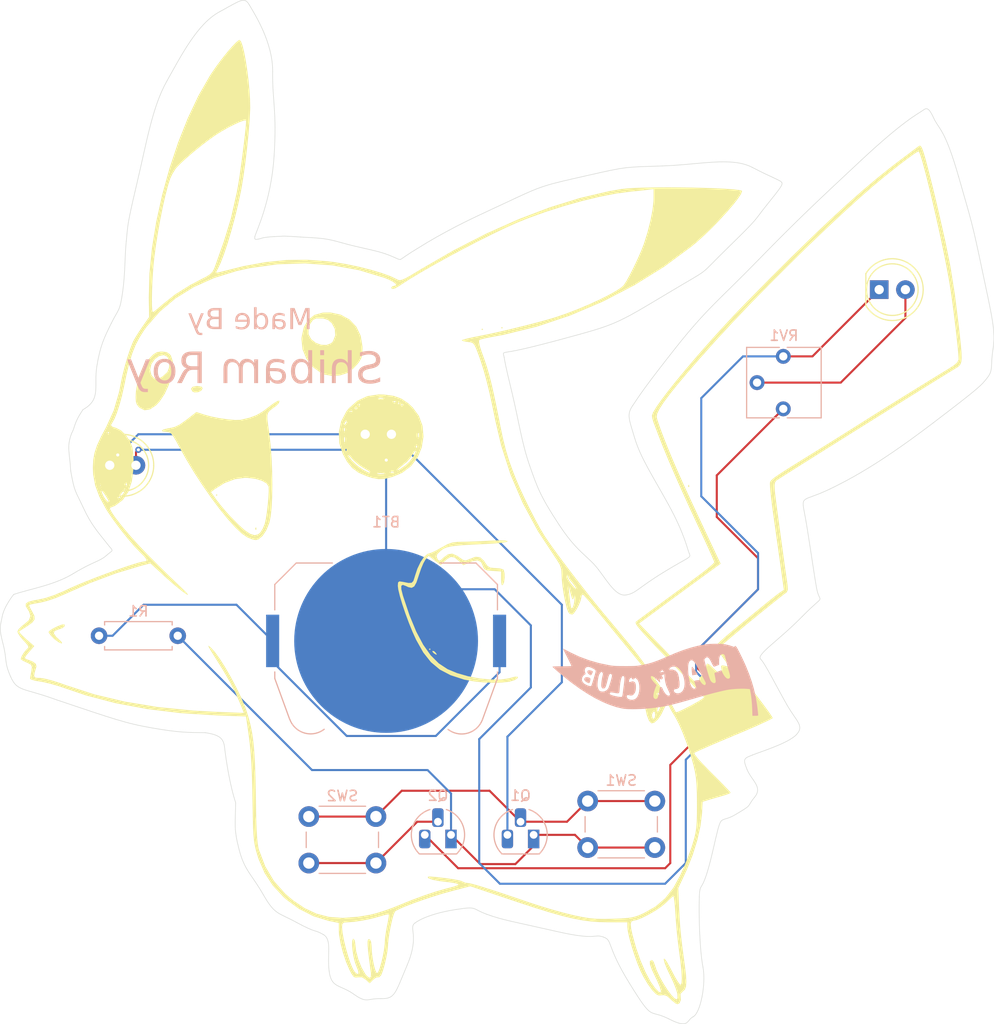
<source format=kicad_pcb>
(kicad_pcb (version 20241229) (generator "pcbnew") (generator_version "9.0")
  (layers (0 "F.Cu" signal) (2 "B.Cu" signal) (13 "F.Paste" user) (15 "B.Paste" user) (5 "F.SilkS" user "F.Silkscreen") (7 "B.SilkS" user "B.Silkscreen") (1 "F.Mask" user) (3 "B.Mask" user) (25 "Edge.Cuts" user))
  (net 0 "")
  (net 1 "Net-(BT1--)")
  (net 2 "Net-(BT1-+)")
  (net 3 "Net-(D1-A)")
  (net 4 "Net-(D3-A)")
  (net 5 "Net-(Q1-B)")
  (net 6 "Net-(Q1-C)")
  (net 7 "Net-(Q2-B)")
  (net 8 "Net-(Q2-E)")
  (footprint "LED_THT:LED_D5.0mm" (layer "F.Cu") (at 75.96 66.5)
    (property "Reference" "D1" (hide yes))
    (property "Value" "LED" (hide yes))
    (pad "1" thru_hole rect (at 0 0) (size 1.8 1.8) (drill 0.9) (layers "*.Cu" "*.Mask") (net 1 "Net-(BT1--)"))
    (pad "2" thru_hole circle (at 2.54 0) (size 1.8 1.8) (drill 0.9) (layers "*.Cu" "*.Mask") (net 3 "Net-(D1-A)"))
  )
  (footprint "LED_THT:LED_D5.0mm" (layer "F.Cu") (at 125.725 52.5)
    (property "Reference" "D3" (hide yes))
    (property "Value" "LED")
    (pad "1" thru_hole rect (at 0 0) (size 1.8 1.8) (drill 0.9) (layers "*.Cu" "*.Mask") (net 1 "Net-(BT1--)"))
    (pad "2" thru_hole circle (at 2.54 0) (size 1.8 1.8) (drill 0.9) (layers "*.Cu" "*.Mask") (net 4 "Net-(D3-A)"))
  )
  (footprint "LOGO" (layer "F.Cu") (at 88.642848 75.47625)
    (property "Reference" "G***" (hide yes))
    (property "Value" "LOGO" (hide yes))
  )
  (footprint "LED_THT:LED_D5.0mm" (layer "F.Cu") (at 51.225 69.5)
    (property "Reference" "D2" (hide yes))
    (property "Value" "LED" (hide yes))
    (pad "1" thru_hole rect (at 0 0) (size 1.8 1.8) (drill 0.9) (layers "*.Cu" "*.Mask") (net 1 "Net-(BT1--)"))
    (pad "2" thru_hole circle (at 2.54 0) (size 1.8 1.8) (drill 0.9) (layers "*.Cu" "*.Mask") (net 3 "Net-(D1-A)"))
  )
  (footprint "Battery:BatteryHolder_Keystone_3034_1x20mm" (layer "B.Cu") (at 77.985 86.5 180)
    (property "Reference" "BT1" (at 0 11.5 0) (layer "B.SilkS") (effects (justify mirror)))
    (property "Value" "Battery_Cell")
    (pad "1" smd rect (at -10.985 0 180) (size 1.27 5.08) (layers "B.Cu" "B.Mask" "B.Paste") (net 2 "Net-(BT1-+)"))
    (pad "1" smd rect (at 10.985 0 180) (size 1.27 5.08) (layers "B.Cu" "B.Mask" "B.Paste") (net 2 "Net-(BT1-+)"))
    (pad "2" smd circle (at 0 0 180) (size 17.8 17.8) (layers "B.Cu" "B.Mask") (net 1 "Net-(BT1--)"))
  )
  (footprint "LOGO" (layer "B.Cu") (at 104.010588 90.248872 180)
    (property "Reference" "G***" (at 0 0 0) (layer "B.SilkS") (effects (font (size 1.5 1.5) (thickness 0.3)) (justify mirror)))
    (property "Value" "LOGO" (hide yes))
  )
  (footprint "Package_TO_SOT_THT:TO-92L_HandSolder" (layer "B.Cu") (at 84.27 105.27 180)
    (property "Reference" "Q2" (at 1.27 3.8 0) (layer "B.SilkS") (effects (justify mirror)))
    (property "Value" "NPN")
    (pad "1" thru_hole rect (at 0 0 180) (size 1.1 1.8) (drill 0.75 (offset 0 -0.4)) (layers "*.Cu" "*.Mask") (net 6 "Net-(Q1-C)"))
    (pad "2" thru_hole roundrect (at 1.27 1.27 180) (size 1.1 1.8) (drill 0.75 (offset 0 0.4)) (layers "*.Cu" "*.Mask") (net 7 "Net-(Q2-B)"))
    (pad "3" thru_hole roundrect (at 2.54 0 180) (size 1.1 1.8) (drill 0.75 (offset 0 -0.4)) (layers "*.Cu" "*.Mask") (net 8 "Net-(Q2-E)"))
  )
  (footprint "Package_TO_SOT_THT:TO-92L_HandSolder" (layer "B.Cu") (at 92.27 105.27 180)
    (property "Reference" "Q1" (at 1.27 3.8 0) (layer "B.SilkS") (effects (justify mirror)))
    (property "Value" "NPN")
    (pad "1" thru_hole rect (at 0 0 180) (size 1.1 1.8) (drill 0.75 (offset 0 -0.4)) (layers "*.Cu" "*.Mask") (net 6 "Net-(Q1-C)"))
    (pad "2" thru_hole roundrect (at 1.27 1.27 180) (size 1.1 1.8) (drill 0.75 (offset 0 0.4)) (layers "*.Cu" "*.Mask") (net 5 "Net-(Q1-B)"))
    (pad "3" thru_hole roundrect (at 2.54 0 180) (size 1.1 1.8) (drill 0.75 (offset 0 -0.4)) (layers "*.Cu" "*.Mask") (net 3 "Net-(D1-A)"))
  )
  (footprint "Button_Switch_THT:SW_PUSH_6mm" (layer "B.Cu") (at 104 102 180)
    (property "Reference" "SW1" (at 3.25 2 0) (layer "B.SilkS") (effects (justify mirror)))
    (property "Value" "SW_Push")
    (pad "1" thru_hole circle (at 0 0 90) (size 2 2) (drill 1.1) (layers "*.Cu" "*.Mask") (net 5 "Net-(Q1-B)"))
    (pad "1" thru_hole circle (at 6.5 0 90) (size 2 2) (drill 1.1) (layers "*.Cu" "*.Mask") (net 5 "Net-(Q1-B)"))
    (pad "2" thru_hole circle (at 0 -4.5 90) (size 2 2) (drill 1.1) (layers "*.Cu" "*.Mask") (net 6 "Net-(Q1-C)"))
    (pad "2" thru_hole circle (at 6.5 -4.5 90) (size 2 2) (drill 1.1) (layers "*.Cu" "*.Mask") (net 6 "Net-(Q1-C)"))
  )
  (footprint "Resistor_THT:R_Axial_DIN0207_L6.3mm_D2.5mm_P7.62mm_Horizontal" (layer "B.Cu") (at 57.81 86 180)
    (property "Reference" "R1" (at 3.81 2.37 0) (layer "B.SilkS") (effects (justify mirror)))
    (property "Value" "R")
    (pad "1" thru_hole circle (at 0 0 180) (size 1.6 1.6) (drill 0.8) (layers "*.Cu" "*.Mask") (net 6 "Net-(Q1-C)"))
    (pad "2" thru_hole circle (at 7.62 0 180) (size 1.6 1.6) (drill 0.8) (layers "*.Cu" "*.Mask") (net 2 "Net-(BT1-+)"))
  )
  (footprint "Button_Switch_THT:SW_PUSH_6mm" (layer "B.Cu") (at 77 103.5 180)
    (property "Reference" "SW2" (at 3.25 2 0) (layer "B.SilkS") (effects (justify mirror)))
    (property "Value" "SW_Push")
    (pad "1" thru_hole circle (at 0 0 90) (size 2 2) (drill 1.1) (layers "*.Cu" "*.Mask") (net 5 "Net-(Q1-B)"))
    (pad "1" thru_hole circle (at 6.5 0 90) (size 2 2) (drill 1.1) (layers "*.Cu" "*.Mask") (net 5 "Net-(Q1-B)"))
    (pad "2" thru_hole circle (at 0 -4.5 90) (size 2 2) (drill 1.1) (layers "*.Cu" "*.Mask") (net 7 "Net-(Q2-B)"))
    (pad "2" thru_hole circle (at 6.5 -4.5 90) (size 2 2) (drill 1.1) (layers "*.Cu" "*.Mask") (net 7 "Net-(Q2-B)"))
  )
  (footprint "Potentiometer_THT:Potentiometer_Vishay_T73YP_Vertical" (layer "B.Cu") (at 116.44 64.04 180)
    (property "Reference" "RV1" (at -0.06 7.09 0) (layer "B.SilkS") (effects (justify mirror)))
    (property "Value" "R_Potentiometer")
    (pad "1" thru_hole circle (at 0 0 180) (size 1.44 1.44) (drill 0.8) (layers "*.Cu" "*.Mask") (net 8 "Net-(Q2-E)"))
    (pad "2" thru_hole circle (at 2.54 2.54 180) (size 1.44 1.44) (drill 0.8) (layers "*.Cu" "*.Mask") (net 4 "Net-(D3-A)"))
    (pad "3" thru_hole circle (at 0 5.08 180) (size 1.44 1.44) (drill 0.8) (layers "*.Cu" "*.Mask") (net 1 "Net-(BT1--)"))
  )
  (gr_curve (pts (xy 74.84 120.68) (xy 73.52 119.74) (xy 72.68 120.13) (xy 72.47 118.46)) (stroke (width 0.05)) (layer "Edge.Cuts"))
  (gr_curve (pts (xy 119.66 81.37) (xy 119.97 83.12) (xy 120.66 81.71) (xy 118.29 84.12)) (stroke (width 0.05)) (layer "Edge.Cuts"))
  (gr_curve (pts (xy 41.93 82) (xy 43.72 81.41) (xy 45.86 81.1) (xy 47.72 79.97)) (stroke (width 0.05)) (layer "Edge.Cuts"))
  (gr_curve (pts (xy 105.35 123.08) (xy 103.33 122.06) (xy 103.92 123.47) (xy 101.58 119.69)) (stroke (width 0.05)) (layer "Edge.Cuts"))
  (gr_curve (pts (xy 123.97 39.99) (xy 128.04 36.19) (xy 129.48 35.48) (xy 129.87 35.21)) (stroke (width 0.05)) (layer "Edge.Cuts"))
  (gr_curve (pts (xy 87.74 112.96) (xy 86.22 112.4) (xy 86.85 112.17) (xy 84.78 112.49)) (stroke (width 0.05)) (layer "Edge.Cuts"))
  (gr_curve (pts (xy 90.14 58.47) (xy 89.14 58.64) (xy 89.32 58.54) (xy 89.42 59.08)) (stroke (width 0.05)) (layer "Edge.Cuts"))
  (gr_curve (pts (xy 114.05 49.6) (xy 117.8 45.75) (xy 119.9 43.79) (xy 123.97 39.99)) (stroke (width 0.05)) (layer "Edge.Cuts"))
  (gr_curve (pts (xy 84.78 112.49) (xy 82.71 112.81) (xy 81.43 113.33) (xy 80.78 113.8)) (stroke (width 0.05)) (layer "Edge.Cuts"))
  (gr_curve (pts (xy 107.72 122.87) (xy 107.02 123.23) (xy 107.37 124.1) (xy 105.35 123.08)) (stroke (width 0.05)) (layer "Edge.Cuts"))
  (gr_curve (pts (xy 69.36 113.77) (xy 67.49 112.75) (xy 67.23 113.04) (xy 66.09 111.05)) (stroke (width 0.05)) (layer "Edge.Cuts"))
  (gr_curve (pts (xy 46.1 92.21) (xy 51.73 94.1) (xy 52.79 94.48) (xy 55.37 94.93)) (stroke (width 0.05)) (layer "Edge.Cuts"))
  (gr_curve (pts (xy 52.47 52.77) (xy 52.74 50.87) (xy 52.67 49.28) (xy 52.83 47.79)) (stroke (width 0.05)) (layer "Edge.Cuts"))
  (gr_curve (pts (xy 52.83 47.79) (xy 52.99 46.3) (xy 52.84 46.52) (xy 53.83 42.34)) (stroke (width 0.05)) (layer "Edge.Cuts"))
  (gr_curve (pts (xy 64.75 24.96) (xy 65.24 25.8) (xy 67.04 28.58) (xy 67 31.42)) (stroke (width 0.05)) (layer "Edge.Cuts"))
  (gr_curve (pts (xy 94.5 114.62) (xy 90.55 113.72) (xy 89.26 113.52) (xy 87.74 112.96)) (stroke (width 0.05)) (layer "Edge.Cuts"))
  (gr_curve (pts (xy 111.1 48.42) (xy 107.95 51.49) (xy 109.74 50.16) (xy 105.27 52.84)) (stroke (width 0.05)) (layer "Edge.Cuts"))
  (gr_curve (pts (xy 97.44 41.46) (xy 101.31 40.58) (xy 101.1 40.65) (xy 104.73 40.53)) (stroke (width 0.05)) (layer "Edge.Cuts"))
  (gr_curve (pts (xy 105.32 73.3) (xy 103.76 70.47) (xy 102.63 68.79) (xy 102.05 66.86)) (stroke (width 0.05)) (layer "Edge.Cuts"))
  (gr_curve (pts (xy 55.37 94.93) (xy 57.95 95.38) (xy 58.78 95.36) (xy 60.47 95.38)) (stroke (width 0.05)) (layer "Edge.Cuts"))
  (gr_curve (pts (xy 80.98 48.54) (xy 81.69 48.12) (xy 82.05 47.84) (xy 84.06 46.76)) (stroke (width 0.05)) (layer "Edge.Cuts"))
  (gr_curve (pts (xy 49.98 59.91) (xy 50.3 57.96) (xy 50.66 57.21) (xy 51.37 55.77)) (stroke (width 0.05)) (layer "Edge.Cuts"))
  (gr_curve (pts (xy 47.72 79.97) (xy 49.58 78.84) (xy 50.25 78.81) (xy 50.88 78.25)) (stroke (width 0.05)) (layer "Edge.Cuts"))
  (gr_curve (pts (xy 79.39 49.58) (xy 79.39 49.58) (xy 80.27 48.96) (xy 80.98 48.54)) (stroke (width 0.05)) (layer "Edge.Cuts"))
  (gr_curve (pts (xy 84.06 46.76) (xy 86.07 45.68) (xy 87.85 44.9) (xy 90.51 43.65)) (stroke (width 0.05)) (layer "Edge.Cuts"))
  (gr_curve (pts (xy 96.77 56.81) (xy 93.24 57.79) (xy 91.14 58.3) (xy 90.14 58.47)) (stroke (width 0.05)) (layer "Edge.Cuts"))
  (gr_curve (pts (xy 101.58 119.69) (xy 99.24 115.91) (xy 99.96 115.47) (xy 99 115.15)) (stroke (width 0.05)) (layer "Edge.Cuts"))
  (gr_curve (pts (xy 113.44 40.67) (xy 115.45 41.72) (xy 116.2 41.92) (xy 116.3 42.14)) (stroke (width 0.05)) (layer "Edge.Cuts"))
  (gr_curve (pts (xy 116.79 92.68) (xy 117.73 94.32) (xy 118.49 94.71) (xy 117.73 95.55)) (stroke (width 0.05)) (layer "Edge.Cuts"))
  (gr_curve (pts (xy 116.3 42.14) (xy 116.4 42.36) (xy 116.16 42.67) (xy 114.84 44.31)) (stroke (width 0.05)) (layer "Edge.Cuts"))
  (gr_curve (pts (xy 65.28 47.36) (xy 65.21 47.74) (xy 65.39 47.64) (xy 65.66 47.6)) (stroke (width 0.05)) (layer "Edge.Cuts"))
  (gr_curve (pts (xy 41.93 82) (xy 41.93 82) (xy 41.93 82) (xy 41.93 82)) (stroke (width 0.05)) (layer "Edge.Cuts"))
  (gr_curve (pts (xy 46.1 92.21) (xy 42.83 91.01) (xy 42.28 91.43) (xy 41.63 89.96)) (stroke (width 0.05)) (layer "Edge.Cuts"))
  (gr_curve (pts (xy 98.54 79.59) (xy 99.54 80.91) (xy 100.27 82.2) (xy 101.22 82.05)) (stroke (width 0.05)) (layer "Edge.Cuts"))
  (gr_curve (pts (xy 107.34 78.05) (xy 107.15 77.61) (xy 106.88 76.13) (xy 105.32 73.3)) (stroke (width 0.05)) (layer "Edge.Cuts"))
  (gr_curve (pts (xy 136.21 61.01) (xy 135.63 61.76) (xy 135.47 61.96) (xy 130.95 65.4)) (stroke (width 0.05)) (layer "Edge.Cuts"))
  (gr_curve (pts (xy 77.47 121.12) (xy 76.09 121.09) (xy 76.16 121.62) (xy 74.84 120.68)) (stroke (width 0.05)) (layer "Edge.Cuts"))
  (gr_curve (pts (xy 120.97 71.79) (xy 118.36 73.05) (xy 118.15 72.37) (xy 118.49 74.1)) (stroke (width 0.05)) (layer "Edge.Cuts"))
  (gr_curve (pts (xy 80.04 117.84) (xy 78.84 120.68) (xy 78.85 121.15) (xy 77.47 121.12)) (stroke (width 0.05)) (layer "Edge.Cuts"))
  (gr_curve (pts (xy 101.88 63.69) (xy 102.49 62.79) (xy 102.95 62.02) (xy 106 58.16)) (stroke (width 0.05)) (layer "Edge.Cuts"))
  (gr_curve (pts (xy 90.51 43.65) (xy 93.17 42.4) (xy 93.57 42.34) (xy 97.44 41.46)) (stroke (width 0.05)) (layer "Edge.Cuts"))
  (gr_curve (pts (xy 99 115.15) (xy 98.04 114.83) (xy 98.45 115.52) (xy 94.5 114.62)) (stroke (width 0.05)) (layer "Edge.Cuts"))
  (gr_curve (pts (xy 118.29 84.12) (xy 115.92 86.53) (xy 113.81 87.82) (xy 114.25 88.26)) (stroke (width 0.05)) (layer "Edge.Cuts"))
  (gr_curve (pts (xy 73.71 47.97) (xy 75.36 48.44) (xy 76.87 48.67) (xy 77.9 49.03)) (stroke (width 0.05)) (layer "Edge.Cuts"))
  (gr_curve (pts (xy 41.63 89.96) (xy 40.98 88.49) (xy 41.31 88.38) (xy 40.9 86.8)) (stroke (width 0.05)) (layer "Edge.Cuts"))
  (gr_curve (pts (xy 63.75 106.69) (xy 63.22 104.65) (xy 63.39 104.21) (xy 63.42 102.16)) (stroke (width 0.05)) (layer "Edge.Cuts"))
  (gr_curve (pts (xy 47.45 70.06) (xy 47.35 68.24) (xy 47.03 67.73) (xy 47.54 66.4)) (stroke (width 0.05)) (layer "Edge.Cuts"))
  (gr_curve (pts (xy 72.47 118.46) (xy 72.26 116.79) (xy 72.76 115.42) (xy 71.91 114.92)) (stroke (width 0.05)) (layer "Edge.Cuts"))
  (gr_curve (pts (xy 112.93 98.94) (xy 113.37 100.02) (xy 114.48 100.63) (xy 113.66 101.63)) (stroke (width 0.05)) (layer "Edge.Cuts"))
  (gr_curve (pts (xy 66.09 111.05) (xy 64.95 109.06) (xy 64.28 108.73) (xy 63.75 106.69)) (stroke (width 0.05)) (layer "Edge.Cuts"))
  (gr_curve (pts (xy 105.27 52.84) (xy 100.8 55.52) (xy 100.3 55.83) (xy 96.77 56.81)) (stroke (width 0.05)) (layer "Edge.Cuts"))
  (gr_curve (pts (xy 90.15 62.37) (xy 90.84 65.23) (xy 91.1 67.28) (xy 91.88 69.52)) (stroke (width 0.05)) (layer "Edge.Cuts"))
  (gr_curve (pts (xy 117.73 95.55) (xy 116.97 96.39) (xy 114.25 97.22) (xy 113.46 97.54)) (stroke (width 0.05)) (layer "Edge.Cuts"))
  (gr_curve (pts (xy 53.83 42.34) (xy 54.82 38.16) (xy 55.35 34.82) (xy 56.75 32.33)) (stroke (width 0.05)) (layer "Edge.Cuts"))
  (gr_curve (pts (xy 61.84 25.62) (xy 63.98 24.46) (xy 64.26 24.12) (xy 64.75 24.96)) (stroke (width 0.05)) (layer "Edge.Cuts"))
  (gr_curve (pts (xy 114.84 44.31) (xy 113.52 45.95) (xy 114.25 45.35) (xy 111.1 48.42)) (stroke (width 0.05)) (layer "Edge.Cuts"))
  (gr_curve (pts (xy 91.88 69.52) (xy 92.66 71.76) (xy 92.96 72.56) (xy 94.74 75.27)) (stroke (width 0.05)) (layer "Edge.Cuts"))
  (gr_curve (pts (xy 51.2 77.37) (xy 49.98 75.83) (xy 49.44 75.27) (xy 48.66 73.59)) (stroke (width 0.05)) (layer "Edge.Cuts"))
  (gr_curve (pts (xy 69.72 47.41) (xy 71.7 47.53) (xy 72.06 47.5) (xy 73.71 47.97)) (stroke (width 0.05)) (layer "Edge.Cuts"))
  (gr_curve (pts (xy 63.42 102.16) (xy 63.42 102.16) (xy 63.42 102.16) (xy 63.42 102.16)) (stroke (width 0.05)) (layer "Edge.Cuts"))
  (gr_curve (pts (xy 113.66 101.63) (xy 112.84 102.63) (xy 113.55 102.28) (xy 111.82 103.3)) (stroke (width 0.05)) (layer "Edge.Cuts"))
  (gr_curve (pts (xy 136.75 58.23) (xy 136.48 59.91) (xy 136.79 60.26) (xy 136.21 61.01)) (stroke (width 0.05)) (layer "Edge.Cuts"))
  (gr_curve (pts (xy 135.7 50.62) (xy 136.65 55.13) (xy 137.02 56.55) (xy 136.75 58.23)) (stroke (width 0.05)) (layer "Edge.Cuts"))
  (gr_curve (pts (xy 48.66 73.59) (xy 47.88 71.91) (xy 47.82 72.14) (xy 47.45 70.06)) (stroke (width 0.05)) (layer "Edge.Cuts"))
  (gr_curve (pts (xy 104.73 40.53) (xy 108.36 40.41) (xy 111.43 39.62) (xy 113.44 40.67)) (stroke (width 0.05)) (layer "Edge.Cuts"))
  (gr_curve (pts (xy 80.78 113.8) (xy 80.13 114.27) (xy 81.24 115) (xy 80.04 117.84)) (stroke (width 0.05)) (layer "Edge.Cuts"))
  (gr_curve (pts (xy 109.57 107.02) (xy 108.57 111.29) (xy 108.37 109.6) (xy 108.31 111.29)) (stroke (width 0.05)) (layer "Edge.Cuts"))
  (gr_curve (pts (xy 47.54 66.4) (xy 47.9 65.75) (xy 47.72 65.46) (xy 48.64 64.11)) (stroke (width 0.05)) (layer "Edge.Cuts"))
  (gr_curve (pts (xy 60.47 95.38) (xy 62.11 95.62) (xy 62.29 96.07) (xy 62.38 97.1)) (stroke (width 0.05)) (layer "Edge.Cuts"))
  (gr_curve (pts (xy 40.81 84.16) (xy 41.01 83.11) (xy 41.93 82) (xy 41.93 82)) (stroke (width 0.05)) (layer "Edge.Cuts"))
  (gr_curve (pts (xy 71.91 114.92) (xy 71.06 114.42) (xy 71.23 114.79) (xy 69.36 113.77)) (stroke (width 0.05)) (layer "Edge.Cuts"))
  (gr_curve (pts (xy 101.22 82.05) (xy 102.17 81.9) (xy 102.28 81.44) (xy 104.81 79.88)) (stroke (width 0.05)) (layer "Edge.Cuts"))
  (gr_curve (pts (xy 67.14 39.56) (xy 66.86 43.99) (xy 65.35 46.98) (xy 65.28 47.36)) (stroke (width 0.05)) (layer "Edge.Cuts"))
  (gr_curve (pts (xy 106 58.16) (xy 109.05 54.3) (xy 110.3 53.45) (xy 114.05 49.6)) (stroke (width 0.05)) (layer "Edge.Cuts"))
  (gr_curve (pts (xy 130.95 65.4) (xy 126.43 68.84) (xy 123.58 70.53) (xy 120.97 71.79)) (stroke (width 0.05)) (layer "Edge.Cuts"))
  (gr_curve (pts (xy 113.46 97.54) (xy 112.67 97.86) (xy 112.49 97.86) (xy 112.93 98.94)) (stroke (width 0.05)) (layer "Edge.Cuts"))
  (gr_curve (pts (xy 102.05 66.86) (xy 101.47 64.93) (xy 101.27 64.59) (xy 101.88 63.69)) (stroke (width 0.05)) (layer "Edge.Cuts"))
  (gr_curve (pts (xy 65.66 47.6) (xy 65.93 47.56) (xy 65.92 47.43) (xy 67.16 47.37)) (stroke (width 0.05)) (layer "Edge.Cuts"))
  (gr_curve (pts (xy 118.49 74.1) (xy 118.83 75.83) (xy 119.35 79.62) (xy 119.66 81.37)) (stroke (width 0.05)) (layer "Edge.Cuts"))
  (gr_curve (pts (xy 108.31 111.29) (xy 108.25 112.98) (xy 108.34 116.41) (xy 108.66 118.05)) (stroke (width 0.05)) (layer "Edge.Cuts"))
  (gr_curve (pts (xy 133.41 41.55) (xy 134.75 46.21) (xy 134.75 46.11) (xy 135.7 50.62)) (stroke (width 0.05)) (layer "Edge.Cuts"))
  (gr_curve (pts (xy 94.74 75.27) (xy 96.52 77.98) (xy 97.54 78.27) (xy 98.54 79.59)) (stroke (width 0.05)) (layer "Edge.Cuts"))
  (gr_curve (pts (xy 67 31.42) (xy 66.96 34.26) (xy 67.42 35.13) (xy 67.14 39.56)) (stroke (width 0.05)) (layer "Edge.Cuts"))
  (gr_curve (pts (xy 129.87 35.21) (xy 130.26 34.94) (xy 130.45 34.7) (xy 130.99 35.87)) (stroke (width 0.05)) (layer "Edge.Cuts"))
  (gr_curve (pts (xy 130.99 35.87) (xy 131.53 37.04) (xy 132.07 36.89) (xy 133.41 41.55)) (stroke (width 0.05)) (layer "Edge.Cuts"))
  (gr_curve (pts (xy 77.9 49.03) (xy 78.93 49.39) (xy 79.16 49.62) (xy 79.39 49.58)) (stroke (width 0.05)) (layer "Edge.Cuts"))
  (gr_curve (pts (xy 108.66 118.05) (xy 108.98 119.69) (xy 108.42 122.51) (xy 107.72 122.87)) (stroke (width 0.05)) (layer "Edge.Cuts"))
  (gr_curve (pts (xy 62.38 97.1) (xy 62.81 100.47) (xy 63.42 102.16) (xy 63.42 102.16)) (stroke (width 0.05)) (layer "Edge.Cuts"))
  (gr_curve (pts (xy 56.75 32.33) (xy 58.15 29.84) (xy 59.7 26.78) (xy 61.84 25.62)) (stroke (width 0.05)) (layer "Edge.Cuts"))
  (gr_curve (pts (xy 48.64 64.11) (xy 50.43 63.12) (xy 49.66 61.86) (xy 49.98 59.91)) (stroke (width 0.05)) (layer "Edge.Cuts"))
  (gr_curve (pts (xy 67.16 47.37) (xy 68.4 47.31) (xy 67.74 47.29) (xy 69.72 47.41)) (stroke (width 0.05)) (layer "Edge.Cuts"))
  (gr_curve (pts (xy 50.88 78.25) (xy 51.51 77.69) (xy 51.62 77.86) (xy 51.2 77.37)) (stroke (width 0.05)) (layer "Edge.Cuts"))
  (gr_curve (pts (xy 89.42 59.08) (xy 89.52 59.62) (xy 89.46 59.51) (xy 90.15 62.37)) (stroke (width 0.05)) (layer "Edge.Cuts"))
  (gr_curve (pts (xy 111.82 103.3) (xy 110.09 104.32) (xy 110.57 102.75) (xy 109.57 107.02)) (stroke (width 0.05)) (layer "Edge.Cuts"))
  (gr_curve (pts (xy 114.25 88.26) (xy 114.69 88.7) (xy 115.85 91.04) (xy 116.79 92.68)) (stroke (width 0.05)) (layer "Edge.Cuts"))
  (gr_curve (pts (xy 40.9 86.8) (xy 40.49 85.22) (xy 40.61 85.21) (xy 40.81 84.16)) (stroke (width 0.05)) (layer "Edge.Cuts"))
  (gr_curve (pts (xy 104.81 79.88) (xy 107.34 78.32) (xy 107.53 78.49) (xy 107.34 78.05)) (stroke (width 0.05)) (layer "Edge.Cuts"))
  (gr_curve (pts (xy 51.37 55.77) (xy 52.08 54.33) (xy 52.2 54.67) (xy 52.47 52.77)) (stroke (width 0.05)) (layer "Edge.Cuts"))
  (gr_text "Shibam Roy\n" (at 77.7 62.06 0) (layer "B.SilkS") (effects (font (size 3 3)) (justify left bottom mirror)))
  (gr_text "Made By" (at 70.85 56.66 0) (layer "B.SilkS") (effects (font (size 2 2)) (justify left bottom mirror)))
  (segment (start 78 69) (end 75.96 66.96) (width 0.2) (layer "F.Cu") (net 1))
  (segment (start 116.44 58.96) (end 119.265 58.96) (width 0.2) (layer "F.Cu") (net 1))
  (segment (start 51.225 69.275) (end 52 68.5) (width 0.2) (layer "F.Cu") (net 1))
  (segment (start 119.265 58.96) (end 125.725 52.5) (width 0.2) (layer "F.Cu") (net 1))
  (segment (start 75.96 66.96) (end 75.96 66.5) (width 0.2) (layer "F.Cu") (net 1))
  (segment (start 51.225 69.5) (end 51.225 69.275) (width 0.2) (layer "F.Cu") (net 1))
  (via (at 78 69) (size 0.6) (drill 0.3) (layers "F.Cu" "B.Cu") (net 1))
  (via (at 52 68.5) (size 0.6) (drill 0.3) (layers "F.Cu" "B.Cu") (net 1))
  (segment (start 108 89.5) (end 111 92.5) (width 0.2) (layer "B.Cu") (net 1))
  (segment (start 77.985 86.5) (end 77.985 69.015) (width 0.2) (layer "B.Cu") (net 1))
  (segment (start 116.44 58.96) (end 112.54 58.96) (width 0.2) (layer "B.Cu") (net 1))
  (segment (start 108.5 72.5) (end 114 78) (width 0.2) (layer "B.Cu") (net 1))
  (segment (start 82.985 81.5) (end 77.985 86.5) (width 0.2) (layer "B.Cu") (net 1))
  (segment (start 112.54 58.96) (end 108.5 63) (width 0.2) (layer "B.Cu") (net 1))
  (segment (start 87 108) (end 87 96) (width 0.2) (layer "B.Cu") (net 1))
  (segment (start 89 110) (end 87 108) (width 0.2) (layer "B.Cu") (net 1))
  (segment (start 54 66.5) (end 75.96 66.5) (width 0.2) (layer "B.Cu") (net 1))
  (segment (start 77.985 69.015) (end 78 69) (width 0.2) (layer "B.Cu") (net 1))
  (segment (start 88.5 81.5) (end 82.985 81.5) (width 0.2) (layer "B.Cu") (net 1))
  (segment (start 107 98) (end 107 108) (width 0.2) (layer "B.Cu") (net 1))
  (segment (start 107 108) (end 105 110) (width 0.2) (layer "B.Cu") (net 1))
  (segment (start 92 91) (end 92 85) (width 0.2) (layer "B.Cu") (net 1))
  (segment (start 87 96) (end 92 91) (width 0.2) (layer "B.Cu") (net 1))
  (segment (start 111 94) (end 107 98) (width 0.2) (layer "B.Cu") (net 1))
  (segment (start 114 81.5) (end 108 87.5) (width 0.2) (layer "B.Cu") (net 1))
  (segment (start 114 78) (end 114 81.5) (width 0.2) (layer "B.Cu") (net 1))
  (segment (start 92 85) (end 88.5 81.5) (width 0.2) (layer "B.Cu") (net 1))
  (segment (start 108 87.5) (end 108 89.5) (width 0.2) (layer "B.Cu") (net 1))
  (segment (start 52 68.5) (end 54 66.5) (width 0.2) (layer "B.Cu") (net 1))
  (segment (start 105 110) (end 89 110) (width 0.2) (layer "B.Cu") (net 1))
  (segment (start 108.5 63) (end 108.5 72.5) (width 0.2) (layer "B.Cu") (net 1))
  (segment (start 111 92.5) (end 111 94) (width 0.2) (layer "B.Cu") (net 1))
  (segment (start 67 84.472821) (end 67 86.5) (width 0.2) (layer "B.Cu") (net 2))
  (segment (start 82.799 95.701) (end 88.97 89.53) (width 0.2) (layer "B.Cu") (net 2))
  (segment (start 88.97 89.53) (end 88.97 86.5) (width 0.2) (layer "B.Cu") (net 2))
  (segment (start 63.5 83) (end 67 86.5) (width 0.2) (layer "B.Cu") (net 2))
  (segment (start 74.173821 95.701) (end 82.799 95.701) (width 0.2) (layer "B.Cu") (net 2))
  (segment (start 88.97 86.5) (end 88.97 84.472821) (width 0.2) (layer "B.Cu") (net 2))
  (segment (start 67 88.527179) (end 74.173821 95.701) (width 0.2) (layer "B.Cu") (net 2))
  (segment (start 50.19 86) (end 51.5 86) (width 0.2) (layer "B.Cu") (net 2))
  (segment (start 54.5 83) (end 63.5 83) (width 0.2) (layer "B.Cu") (net 2))
  (segment (start 67 86.5) (end 67 88.527179) (width 0.2) (layer "B.Cu") (net 2))
  (segment (start 51.5 86) (end 54.5 83) (width 0.2) (layer "B.Cu") (net 2))
  (segment (start 53.765 69.5) (end 53.765 68.235) (width 0.2) (layer "F.Cu") (net 3))
  (segment (start 53.765 68.235) (end 54 68) (width 0.2) (layer "F.Cu") (net 3))
  (via (at 54 68) (size 0.6) (drill 0.3) (layers "F.Cu" "B.Cu") (net 3))
  (segment (start 54 68) (end 77 68) (width 0.2) (layer "B.Cu") (net 3))
  (segment (start 77 68) (end 78.5 66.5) (width 0.2) (layer "B.Cu") (net 3))
  (segment (start 95 83) (end 78.5 66.5) (width 0.2) (layer "B.Cu") (net 3))
  (segment (start 89.73 105.27) (end 89.73 95.77) (width 0.2) (layer "B.Cu") (net 3))
  (segment (start 95 90.5) (end 95 83) (width 0.2) (layer "B.Cu") (net 3))
  (segment (start 89.73 95.77) (end 95 90.5) (width 0.2) (layer "B.Cu") (net 3))
  (segment (start 122 61.5) (end 128.265 55.235) (width 0.2) (layer "F.Cu") (net 4))
  (segment (start 113.9 61.5) (end 122 61.5) (width 0.2) (layer "F.Cu") (net 4))
  (segment (start 128.265 55.235) (end 128.265 52.5) (width 0.2) (layer "F.Cu") (net 4))
  (segment (start 91 104) (end 88 101) (width 0.2) (layer "F.Cu") (net 5))
  (segment (start 88 101) (end 79.5 101) (width 0.2) (layer "F.Cu") (net 5))
  (segment (start 77 103.5) (end 70.5 103.5) (width 0.2) (layer "F.Cu") (net 5))
  (segment (start 79.5 101) (end 77 103.5) (width 0.2) (layer "F.Cu") (net 5))
  (segment (start 104 102) (end 97.5 102) (width 0.2) (layer "F.Cu") (net 5))
  (segment (start 91 104) (end 95.5 104) (width 0.2) (layer "F.Cu") (net 5))
  (segment (start 95.5 104) (end 97.5 102) (width 0.2) (layer "F.Cu") (net 5))
  (segment (start 90.5 108.099) (end 92.27 106.329) (width 0.2) (layer "F.Cu") (net 6))
  (segment (start 97.5 106.5) (end 96.27 105.27) (width 0.2) (layer "F.Cu") (net 6))
  (segment (start 96.27 105.27) (end 92.27 105.27) (width 0.2) (layer "F.Cu") (net 6))
  (segment (start 84.27 105.27) (end 87.099 108.099) (width 0.2) (layer "F.Cu") (net 6))
  (segment (start 104 106.5) (end 97.5 106.5) (width 0.2) (layer "F.Cu") (net 6))
  (segment (start 87.099 108.099) (end 90.5 108.099) (width 0.2) (layer "F.Cu") (net 6))
  (segment (start 92.27 106.329) (end 92.27 105.27) (width 0.2) (layer "F.Cu") (net 6))
  (segment (start 84.27 105.27) (end 84.27 101.27) (width 0.2) (layer "B.Cu") (net 6))
  (segment (start 70.81 99) (end 57.81 86) (width 0.2) (layer "B.Cu") (net 6))
  (segment (start 82 99) (end 70.81 99) (width 0.2) (layer "B.Cu") (net 6))
  (segment (start 84.27 101.27) (end 82 99) (width 0.2) (layer "B.Cu") (net 6))
  (segment (start 77 108) (end 81 104) (width 0.2) (layer "F.Cu") (net 7))
  (segment (start 70.5 108) (end 77 108) (width 0.2) (layer "F.Cu") (net 7))
  (segment (start 81 104) (end 83 104) (width 0.2) (layer "F.Cu") (net 7))
  (segment (start 114 81.5) (end 108 87.5) (width 0.2) (layer "F.Cu") (net 8))
  (segment (start 116.44 64.04) (end 110 70.48) (width 0.2) (layer "F.Cu") (net 8))
  (segment (start 108 89) (end 110.5 91.5) (width 0.2) (layer "F.Cu") (net 8))
  (segment (start 110.5 93.5) (end 105.5 98.5) (width 0.2) (layer "F.Cu") (net 8))
  (segment (start 105.5 98.5) (end 105.5 108) (width 0.2) (layer "F.Cu") (net 8))
  (segment (start 110 70.48) (end 110 74.5) (width 0.2) (layer "F.Cu") (net 8))
  (segment (start 84.96 108.5) (end 81.73 105.27) (width 0.2) (layer "F.Cu") (net 8))
  (segment (start 105 108.5) (end 84.96 108.5) (width 0.2) (layer "F.Cu") (net 8))
  (segment (start 110 74.5) (end 114 78.5) (width 0.2) (layer "F.Cu") (net 8))
  (segment (start 114 78.5) (end 114 81.5) (width 0.2) (layer "F.Cu") (net 8))
  (segment (start 105.5 108) (end 105 108.5) (width 0.2) (layer "F.Cu") (net 8))
  (segment (start 108 87.5) (end 108 89) (width 0.2) (layer "F.Cu") (net 8))
  (segment (start 110.5 91.5) (end 110.5 93.5) (width 0.2) (layer "F.Cu") (net 8))
)
</source>
